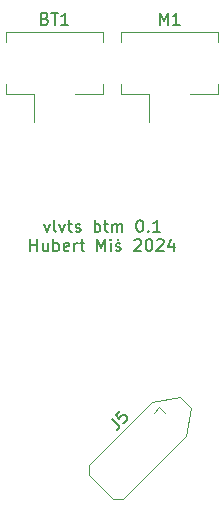
<source format=gbr>
%TF.GenerationSoftware,KiCad,Pcbnew,8.0.5*%
%TF.CreationDate,2025-04-26T14:00:33+02:00*%
%TF.ProjectId,vlvts,766c7674-732e-46b6-9963-61645f706362,rev?*%
%TF.SameCoordinates,Original*%
%TF.FileFunction,Legend,Top*%
%TF.FilePolarity,Positive*%
%FSLAX46Y46*%
G04 Gerber Fmt 4.6, Leading zero omitted, Abs format (unit mm)*
G04 Created by KiCad (PCBNEW 8.0.5) date 2025-04-26 14:00:33*
%MOMM*%
%LPD*%
G01*
G04 APERTURE LIST*
%ADD10C,0.150000*%
%ADD11C,0.120000*%
G04 APERTURE END LIST*
D10*
X73642606Y-96879626D02*
X73880701Y-97546293D01*
X73880701Y-97546293D02*
X74118796Y-96879626D01*
X74642606Y-97546293D02*
X74547368Y-97498674D01*
X74547368Y-97498674D02*
X74499749Y-97403435D01*
X74499749Y-97403435D02*
X74499749Y-96546293D01*
X74928321Y-96879626D02*
X75166416Y-97546293D01*
X75166416Y-97546293D02*
X75404511Y-96879626D01*
X75642607Y-96879626D02*
X76023559Y-96879626D01*
X75785464Y-96546293D02*
X75785464Y-97403435D01*
X75785464Y-97403435D02*
X75833083Y-97498674D01*
X75833083Y-97498674D02*
X75928321Y-97546293D01*
X75928321Y-97546293D02*
X76023559Y-97546293D01*
X76309274Y-97498674D02*
X76404512Y-97546293D01*
X76404512Y-97546293D02*
X76594988Y-97546293D01*
X76594988Y-97546293D02*
X76690226Y-97498674D01*
X76690226Y-97498674D02*
X76737845Y-97403435D01*
X76737845Y-97403435D02*
X76737845Y-97355816D01*
X76737845Y-97355816D02*
X76690226Y-97260578D01*
X76690226Y-97260578D02*
X76594988Y-97212959D01*
X76594988Y-97212959D02*
X76452131Y-97212959D01*
X76452131Y-97212959D02*
X76356893Y-97165340D01*
X76356893Y-97165340D02*
X76309274Y-97070102D01*
X76309274Y-97070102D02*
X76309274Y-97022483D01*
X76309274Y-97022483D02*
X76356893Y-96927245D01*
X76356893Y-96927245D02*
X76452131Y-96879626D01*
X76452131Y-96879626D02*
X76594988Y-96879626D01*
X76594988Y-96879626D02*
X76690226Y-96927245D01*
X77928322Y-97546293D02*
X77928322Y-96546293D01*
X77928322Y-96927245D02*
X78023560Y-96879626D01*
X78023560Y-96879626D02*
X78214036Y-96879626D01*
X78214036Y-96879626D02*
X78309274Y-96927245D01*
X78309274Y-96927245D02*
X78356893Y-96974864D01*
X78356893Y-96974864D02*
X78404512Y-97070102D01*
X78404512Y-97070102D02*
X78404512Y-97355816D01*
X78404512Y-97355816D02*
X78356893Y-97451054D01*
X78356893Y-97451054D02*
X78309274Y-97498674D01*
X78309274Y-97498674D02*
X78214036Y-97546293D01*
X78214036Y-97546293D02*
X78023560Y-97546293D01*
X78023560Y-97546293D02*
X77928322Y-97498674D01*
X78690227Y-96879626D02*
X79071179Y-96879626D01*
X78833084Y-96546293D02*
X78833084Y-97403435D01*
X78833084Y-97403435D02*
X78880703Y-97498674D01*
X78880703Y-97498674D02*
X78975941Y-97546293D01*
X78975941Y-97546293D02*
X79071179Y-97546293D01*
X79404513Y-97546293D02*
X79404513Y-96879626D01*
X79404513Y-96974864D02*
X79452132Y-96927245D01*
X79452132Y-96927245D02*
X79547370Y-96879626D01*
X79547370Y-96879626D02*
X79690227Y-96879626D01*
X79690227Y-96879626D02*
X79785465Y-96927245D01*
X79785465Y-96927245D02*
X79833084Y-97022483D01*
X79833084Y-97022483D02*
X79833084Y-97546293D01*
X79833084Y-97022483D02*
X79880703Y-96927245D01*
X79880703Y-96927245D02*
X79975941Y-96879626D01*
X79975941Y-96879626D02*
X80118798Y-96879626D01*
X80118798Y-96879626D02*
X80214037Y-96927245D01*
X80214037Y-96927245D02*
X80261656Y-97022483D01*
X80261656Y-97022483D02*
X80261656Y-97546293D01*
X81690227Y-96546293D02*
X81785465Y-96546293D01*
X81785465Y-96546293D02*
X81880703Y-96593912D01*
X81880703Y-96593912D02*
X81928322Y-96641531D01*
X81928322Y-96641531D02*
X81975941Y-96736769D01*
X81975941Y-96736769D02*
X82023560Y-96927245D01*
X82023560Y-96927245D02*
X82023560Y-97165340D01*
X82023560Y-97165340D02*
X81975941Y-97355816D01*
X81975941Y-97355816D02*
X81928322Y-97451054D01*
X81928322Y-97451054D02*
X81880703Y-97498674D01*
X81880703Y-97498674D02*
X81785465Y-97546293D01*
X81785465Y-97546293D02*
X81690227Y-97546293D01*
X81690227Y-97546293D02*
X81594989Y-97498674D01*
X81594989Y-97498674D02*
X81547370Y-97451054D01*
X81547370Y-97451054D02*
X81499751Y-97355816D01*
X81499751Y-97355816D02*
X81452132Y-97165340D01*
X81452132Y-97165340D02*
X81452132Y-96927245D01*
X81452132Y-96927245D02*
X81499751Y-96736769D01*
X81499751Y-96736769D02*
X81547370Y-96641531D01*
X81547370Y-96641531D02*
X81594989Y-96593912D01*
X81594989Y-96593912D02*
X81690227Y-96546293D01*
X82452132Y-97451054D02*
X82499751Y-97498674D01*
X82499751Y-97498674D02*
X82452132Y-97546293D01*
X82452132Y-97546293D02*
X82404513Y-97498674D01*
X82404513Y-97498674D02*
X82452132Y-97451054D01*
X82452132Y-97451054D02*
X82452132Y-97546293D01*
X83452131Y-97546293D02*
X82880703Y-97546293D01*
X83166417Y-97546293D02*
X83166417Y-96546293D01*
X83166417Y-96546293D02*
X83071179Y-96689150D01*
X83071179Y-96689150D02*
X82975941Y-96784388D01*
X82975941Y-96784388D02*
X82880703Y-96832007D01*
X72475939Y-99156237D02*
X72475939Y-98156237D01*
X72475939Y-98632427D02*
X73047367Y-98632427D01*
X73047367Y-99156237D02*
X73047367Y-98156237D01*
X73952129Y-98489570D02*
X73952129Y-99156237D01*
X73523558Y-98489570D02*
X73523558Y-99013379D01*
X73523558Y-99013379D02*
X73571177Y-99108618D01*
X73571177Y-99108618D02*
X73666415Y-99156237D01*
X73666415Y-99156237D02*
X73809272Y-99156237D01*
X73809272Y-99156237D02*
X73904510Y-99108618D01*
X73904510Y-99108618D02*
X73952129Y-99060998D01*
X74428320Y-99156237D02*
X74428320Y-98156237D01*
X74428320Y-98537189D02*
X74523558Y-98489570D01*
X74523558Y-98489570D02*
X74714034Y-98489570D01*
X74714034Y-98489570D02*
X74809272Y-98537189D01*
X74809272Y-98537189D02*
X74856891Y-98584808D01*
X74856891Y-98584808D02*
X74904510Y-98680046D01*
X74904510Y-98680046D02*
X74904510Y-98965760D01*
X74904510Y-98965760D02*
X74856891Y-99060998D01*
X74856891Y-99060998D02*
X74809272Y-99108618D01*
X74809272Y-99108618D02*
X74714034Y-99156237D01*
X74714034Y-99156237D02*
X74523558Y-99156237D01*
X74523558Y-99156237D02*
X74428320Y-99108618D01*
X75714034Y-99108618D02*
X75618796Y-99156237D01*
X75618796Y-99156237D02*
X75428320Y-99156237D01*
X75428320Y-99156237D02*
X75333082Y-99108618D01*
X75333082Y-99108618D02*
X75285463Y-99013379D01*
X75285463Y-99013379D02*
X75285463Y-98632427D01*
X75285463Y-98632427D02*
X75333082Y-98537189D01*
X75333082Y-98537189D02*
X75428320Y-98489570D01*
X75428320Y-98489570D02*
X75618796Y-98489570D01*
X75618796Y-98489570D02*
X75714034Y-98537189D01*
X75714034Y-98537189D02*
X75761653Y-98632427D01*
X75761653Y-98632427D02*
X75761653Y-98727665D01*
X75761653Y-98727665D02*
X75285463Y-98822903D01*
X76190225Y-99156237D02*
X76190225Y-98489570D01*
X76190225Y-98680046D02*
X76237844Y-98584808D01*
X76237844Y-98584808D02*
X76285463Y-98537189D01*
X76285463Y-98537189D02*
X76380701Y-98489570D01*
X76380701Y-98489570D02*
X76475939Y-98489570D01*
X76666416Y-98489570D02*
X77047368Y-98489570D01*
X76809273Y-98156237D02*
X76809273Y-99013379D01*
X76809273Y-99013379D02*
X76856892Y-99108618D01*
X76856892Y-99108618D02*
X76952130Y-99156237D01*
X76952130Y-99156237D02*
X77047368Y-99156237D01*
X78142607Y-99156237D02*
X78142607Y-98156237D01*
X78142607Y-98156237D02*
X78475940Y-98870522D01*
X78475940Y-98870522D02*
X78809273Y-98156237D01*
X78809273Y-98156237D02*
X78809273Y-99156237D01*
X79285464Y-99156237D02*
X79285464Y-98489570D01*
X79285464Y-98156237D02*
X79237845Y-98203856D01*
X79237845Y-98203856D02*
X79285464Y-98251475D01*
X79285464Y-98251475D02*
X79333083Y-98203856D01*
X79333083Y-98203856D02*
X79285464Y-98156237D01*
X79285464Y-98156237D02*
X79285464Y-98251475D01*
X79714035Y-99108618D02*
X79809273Y-99156237D01*
X79809273Y-99156237D02*
X79999749Y-99156237D01*
X79999749Y-99156237D02*
X80094987Y-99108618D01*
X80094987Y-99108618D02*
X80142606Y-99013379D01*
X80142606Y-99013379D02*
X80142606Y-98965760D01*
X80142606Y-98965760D02*
X80094987Y-98870522D01*
X80094987Y-98870522D02*
X79999749Y-98822903D01*
X79999749Y-98822903D02*
X79856892Y-98822903D01*
X79856892Y-98822903D02*
X79761654Y-98775284D01*
X79761654Y-98775284D02*
X79714035Y-98680046D01*
X79714035Y-98680046D02*
X79714035Y-98632427D01*
X79714035Y-98632427D02*
X79761654Y-98537189D01*
X79761654Y-98537189D02*
X79856892Y-98489570D01*
X79856892Y-98489570D02*
X79999749Y-98489570D01*
X79999749Y-98489570D02*
X80094987Y-98537189D01*
X79999749Y-98108618D02*
X79856892Y-98251475D01*
X81285464Y-98251475D02*
X81333083Y-98203856D01*
X81333083Y-98203856D02*
X81428321Y-98156237D01*
X81428321Y-98156237D02*
X81666416Y-98156237D01*
X81666416Y-98156237D02*
X81761654Y-98203856D01*
X81761654Y-98203856D02*
X81809273Y-98251475D01*
X81809273Y-98251475D02*
X81856892Y-98346713D01*
X81856892Y-98346713D02*
X81856892Y-98441951D01*
X81856892Y-98441951D02*
X81809273Y-98584808D01*
X81809273Y-98584808D02*
X81237845Y-99156237D01*
X81237845Y-99156237D02*
X81856892Y-99156237D01*
X82475940Y-98156237D02*
X82571178Y-98156237D01*
X82571178Y-98156237D02*
X82666416Y-98203856D01*
X82666416Y-98203856D02*
X82714035Y-98251475D01*
X82714035Y-98251475D02*
X82761654Y-98346713D01*
X82761654Y-98346713D02*
X82809273Y-98537189D01*
X82809273Y-98537189D02*
X82809273Y-98775284D01*
X82809273Y-98775284D02*
X82761654Y-98965760D01*
X82761654Y-98965760D02*
X82714035Y-99060998D01*
X82714035Y-99060998D02*
X82666416Y-99108618D01*
X82666416Y-99108618D02*
X82571178Y-99156237D01*
X82571178Y-99156237D02*
X82475940Y-99156237D01*
X82475940Y-99156237D02*
X82380702Y-99108618D01*
X82380702Y-99108618D02*
X82333083Y-99060998D01*
X82333083Y-99060998D02*
X82285464Y-98965760D01*
X82285464Y-98965760D02*
X82237845Y-98775284D01*
X82237845Y-98775284D02*
X82237845Y-98537189D01*
X82237845Y-98537189D02*
X82285464Y-98346713D01*
X82285464Y-98346713D02*
X82333083Y-98251475D01*
X82333083Y-98251475D02*
X82380702Y-98203856D01*
X82380702Y-98203856D02*
X82475940Y-98156237D01*
X83190226Y-98251475D02*
X83237845Y-98203856D01*
X83237845Y-98203856D02*
X83333083Y-98156237D01*
X83333083Y-98156237D02*
X83571178Y-98156237D01*
X83571178Y-98156237D02*
X83666416Y-98203856D01*
X83666416Y-98203856D02*
X83714035Y-98251475D01*
X83714035Y-98251475D02*
X83761654Y-98346713D01*
X83761654Y-98346713D02*
X83761654Y-98441951D01*
X83761654Y-98441951D02*
X83714035Y-98584808D01*
X83714035Y-98584808D02*
X83142607Y-99156237D01*
X83142607Y-99156237D02*
X83761654Y-99156237D01*
X84618797Y-98489570D02*
X84618797Y-99156237D01*
X84380702Y-98108618D02*
X84142607Y-98822903D01*
X84142607Y-98822903D02*
X84761654Y-98822903D01*
X79379173Y-113350578D02*
X79884249Y-113855654D01*
X79884249Y-113855654D02*
X79951593Y-113990341D01*
X79951593Y-113990341D02*
X79951593Y-114125028D01*
X79951593Y-114125028D02*
X79884249Y-114259715D01*
X79884249Y-114259715D02*
X79816906Y-114327059D01*
X80052608Y-112677143D02*
X79715891Y-113013860D01*
X79715891Y-113013860D02*
X80018936Y-113384249D01*
X80018936Y-113384249D02*
X80018936Y-113316906D01*
X80018936Y-113316906D02*
X80052608Y-113215891D01*
X80052608Y-113215891D02*
X80220967Y-113047532D01*
X80220967Y-113047532D02*
X80321982Y-113013860D01*
X80321982Y-113013860D02*
X80389326Y-113013860D01*
X80389326Y-113013860D02*
X80490341Y-113047532D01*
X80490341Y-113047532D02*
X80658700Y-113215891D01*
X80658700Y-113215891D02*
X80692371Y-113316906D01*
X80692371Y-113316906D02*
X80692371Y-113384249D01*
X80692371Y-113384249D02*
X80658700Y-113485265D01*
X80658700Y-113485265D02*
X80490341Y-113653623D01*
X80490341Y-113653623D02*
X80389326Y-113687295D01*
X80389326Y-113687295D02*
X80321982Y-113687295D01*
X73714285Y-79481008D02*
X73857142Y-79528627D01*
X73857142Y-79528627D02*
X73904761Y-79576246D01*
X73904761Y-79576246D02*
X73952380Y-79671484D01*
X73952380Y-79671484D02*
X73952380Y-79814341D01*
X73952380Y-79814341D02*
X73904761Y-79909579D01*
X73904761Y-79909579D02*
X73857142Y-79957199D01*
X73857142Y-79957199D02*
X73761904Y-80004818D01*
X73761904Y-80004818D02*
X73380952Y-80004818D01*
X73380952Y-80004818D02*
X73380952Y-79004818D01*
X73380952Y-79004818D02*
X73714285Y-79004818D01*
X73714285Y-79004818D02*
X73809523Y-79052437D01*
X73809523Y-79052437D02*
X73857142Y-79100056D01*
X73857142Y-79100056D02*
X73904761Y-79195294D01*
X73904761Y-79195294D02*
X73904761Y-79290532D01*
X73904761Y-79290532D02*
X73857142Y-79385770D01*
X73857142Y-79385770D02*
X73809523Y-79433389D01*
X73809523Y-79433389D02*
X73714285Y-79481008D01*
X73714285Y-79481008D02*
X73380952Y-79481008D01*
X74238095Y-79004818D02*
X74809523Y-79004818D01*
X74523809Y-80004818D02*
X74523809Y-79004818D01*
X75666666Y-80004818D02*
X75095238Y-80004818D01*
X75380952Y-80004818D02*
X75380952Y-79004818D01*
X75380952Y-79004818D02*
X75285714Y-79147675D01*
X75285714Y-79147675D02*
X75190476Y-79242913D01*
X75190476Y-79242913D02*
X75095238Y-79290532D01*
X83440475Y-80004819D02*
X83440475Y-79004819D01*
X83440475Y-79004819D02*
X83773808Y-79719104D01*
X83773808Y-79719104D02*
X84107141Y-79004819D01*
X84107141Y-79004819D02*
X84107141Y-80004819D01*
X85107141Y-80004819D02*
X84535713Y-80004819D01*
X84821427Y-80004819D02*
X84821427Y-79004819D01*
X84821427Y-79004819D02*
X84726189Y-79147676D01*
X84726189Y-79147676D02*
X84630951Y-79242914D01*
X84630951Y-79242914D02*
X84535713Y-79290533D01*
D11*
%TO.C,J5*%
X86102709Y-112418504D02*
X85692587Y-114808525D01*
X85183470Y-111499265D02*
X86102709Y-112418504D01*
X83398025Y-112407897D02*
X83847038Y-112856910D01*
X85692587Y-114808525D02*
X80332718Y-120168394D01*
X82793449Y-111909387D02*
X85183470Y-111499265D01*
X82949013Y-112856910D02*
X83398025Y-112407897D01*
X80332718Y-120168394D02*
X79484189Y-120168394D01*
X77433580Y-117269256D02*
X82793449Y-111909387D01*
X77433580Y-117269256D02*
X77433580Y-118117785D01*
X79484189Y-120168394D02*
X77433580Y-118117785D01*
%TO.C,BT1*%
X70415000Y-85009999D02*
X70415000Y-85859999D01*
X70415000Y-81489999D02*
X70415000Y-80639999D01*
X78585000Y-85009999D02*
X78585000Y-85859999D01*
X78585000Y-80639999D02*
X78585000Y-81489999D01*
X70415000Y-85859999D02*
X72740000Y-85859999D01*
X70415000Y-80639999D02*
X78585000Y-80639999D01*
X72740000Y-85859999D02*
X72740000Y-88249999D01*
X78585000Y-85859999D02*
X76260000Y-85859999D01*
%TO.C,M1*%
X88334999Y-80640000D02*
X88334999Y-81490000D01*
X82489999Y-85860000D02*
X82489999Y-88250000D01*
X80164999Y-80640000D02*
X88334999Y-80640000D01*
X80164999Y-81490000D02*
X80164999Y-80640000D01*
X88334999Y-85010000D02*
X88334999Y-85860000D01*
X88334999Y-85860000D02*
X86009999Y-85860000D01*
X80164999Y-85860000D02*
X82489999Y-85860000D01*
X80164999Y-85010000D02*
X80164999Y-85860000D01*
%TD*%
M02*

</source>
